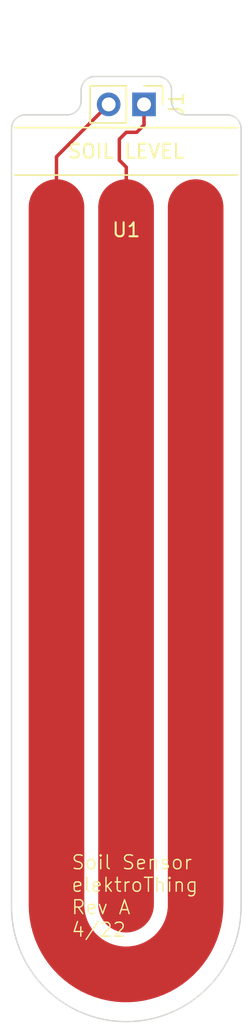
<source format=kicad_pcb>
(kicad_pcb (version 20211014) (generator pcbnew)
  (title_block (title "Soil Sensor") (date "2022-04-02") (rev "A"))
  (layers (0 "F.Cu" signal) (31 "B.Cu" signal) (34 "B.Paste" user) (35 "F.Paste" user) (36 "B.SilkS" user "B.Silkscreen") (37 "F.SilkS" user "F.Silkscreen") (38 "B.Mask" user) (39 "F.Mask" user) (44 "Edge.Cuts" user))
  (net 0 "")
  (net 1 "Net-(J1-Pad1)")
  (net 2 "GND")
  (footprint "personal:Capacitive Soil Sensor" (layer "F.Cu") (at 151.735 78.615)
    (fp_text reference "U1" (at 0.015 1.635 unlocked) (layer "F.SilkS"))
    (fp_text value "Capacitive_Soil_Sensor")
    (fp_text user "SOIL LEVEL" (at 0 -4 unlocked) (layer "F.SilkS"))
    (fp_line (start -8 -5.7) (end 8 -5.7) (layer "F.SilkS") (width 0.12))
    (fp_line (start -8 -2.3) (end 8 -2.3) (layer "F.SilkS") (width 0.12))
    (pad "1" smd custom (at 0 0) (size 1 1) (layers "F.Cu") (net 1 "Net-(J1-Pad1)") (options (clearance outline) (anchor rect)) (primitives (gr_line (start 0 0) (end 0 50) (width 4))))
    (pad "2" smd custom (at -5 0) (size 1 1) (layers "F.Cu") (net 2 "GND") (options (clearance outline) (anchor rect)) (primitives (gr_line (start 0 0) (end 0 50) (width 4)) (gr_arc (start 10 50) (mid 5 55) (end 0 50) (width 4)) (gr_line (start 10 0) (end 10 50) (width 4))))
  )
  (footprint "Connector_PinHeader_2.54mm:PinHeader_1x02_P2.54mm_Vertical" (layer "F.Cu") (at 153.025 71.25 -90)
    (fp_text reference "J1" (at 0 -2.33 90) (layer "F.SilkS"))
    (fp_text value "Conn_01x02")
    (fp_line (start 1.33 1.27) (end 1.33 3.87) (layer "F.SilkS") (width 0.12))
    (fp_line (start -1.33 -1.33) (end 0 -1.33) (layer "F.SilkS") (width 0.12))
    (fp_line (start -1.33 1.27) (end 1.33 1.27) (layer "F.SilkS") (width 0.12))
    (fp_line (start -1.33 0) (end -1.33 -1.33) (layer "F.SilkS") (width 0.12))
    (fp_line (start -1.33 1.27) (end -1.33 3.87) (layer "F.SilkS") (width 0.12))
    (fp_line (start -1.33 3.87) (end 1.33 3.87) (layer "F.SilkS") (width 0.12))
    (pad "1" thru_hole rect locked (at 0 0 270) (size 1.7 1.7) (drill 1) (layers *.Cu *.Mask) (net 1 "Net-(J1-Pad1)"))
    (pad "2" thru_hole oval locked (at 0 2.54 270) (size 1.7 1.7) (drill 1) (layers *.Cu *.Mask) (net 2 "GND"))
  )
  (gr_line (start 144.5 72) (end 147.5 72) (layer "Edge.Cuts") (width 0.1))
  (gr_arc (start 159 72) (mid 159.707107 72.292893) (end 160 73) (layer "Edge.Cuts") (width 0.1))
  (gr_arc (start 160 128.75) (mid 151.75 137) (end 143.5 128.75) (layer "Edge.Cuts") (width 0.1))
  (gr_line (start 160 73) (end 160 128.75) (layer "Edge.Cuts") (width 0.1))
  (gr_line (start 156 72) (end 159 72) (layer "Edge.Cuts") (width 0.1))
  (gr_line (start 143.5 73) (end 143.5 128.75) (layer "Edge.Cuts") (width 0.1))
  (gr_arc (start 156 72) (mid 155.292893 71.707107) (end 155 71) (layer "Edge.Cuts") (width 0.1))
  (gr_arc (start 154 69.25) (mid 154.707107 69.542893) (end 155 70.25) (layer "Edge.Cuts") (width 0.1))
  (gr_line (start 154 69.25) (end 149.5 69.25) (layer "Edge.Cuts") (width 0.1))
  (gr_line (start 155 70.25) (end 155 71) (layer "Edge.Cuts") (width 0.1))
  (gr_arc (start 148.5 70.25) (mid 148.792893 69.542893) (end 149.5 69.25) (layer "Edge.Cuts") (width 0.1))
  (gr_arc (start 143.5 73) (mid 143.792893 72.292893) (end 144.5 72) (layer "Edge.Cuts") (width 0.1))
  (gr_line (start 148.5 70.25) (end 148.5 71) (layer "Edge.Cuts") (width 0.1))
  (gr_arc (start 148.5 71) (mid 148.207107 71.707107) (end 147.5 72) (layer "Edge.Cuts") (width 0.1))
  (gr_text "Soil Sensor\nelektroThing\nRev A\n4/22" (at 147.75 128) (layer "F.SilkS") (effects (font (size 1 1) (thickness 0.1)) (justify left)))
  (segment (start 151.75 78.6) (end 151.75 75.75) (width 0.25) (layer "F.Cu") (net 1))
  (segment (start 151.75 75.75) (end 151.25 75.25) (width 0.25) (layer "F.Cu") (net 1))
  (segment (start 151.25 73.75) (end 151.75 73.25) (width 0.25) (layer "F.Cu") (net 1))
  (segment (start 151.25 75.25) (end 151.25 73.75) (width 0.25) (layer "F.Cu") (net 1))
  (segment (start 151.75 73.25) (end 152.5 73.25) (width 0.25) (layer "F.Cu") (net 1))
  (segment (start 153.025 72.725) (end 153.025 71.25) (width 0.25) (layer "F.Cu") (net 1))
  (segment (start 151.735 78.615) (end 151.75 78.6) (width 0.25) (layer "F.Cu") (net 1))
  (segment (start 152.5 73.25) (end 153.025 72.725) (width 0.25) (layer "F.Cu") (net 1))
  (segment (start 146.735 78.615) (end 146.735 75) (width 0.25) (layer "F.Cu") (net 2))
  (segment (start 146.735 75) (end 150.485 71.25) (width 0.25) (layer "F.Cu") (net 2))
)
</source>
